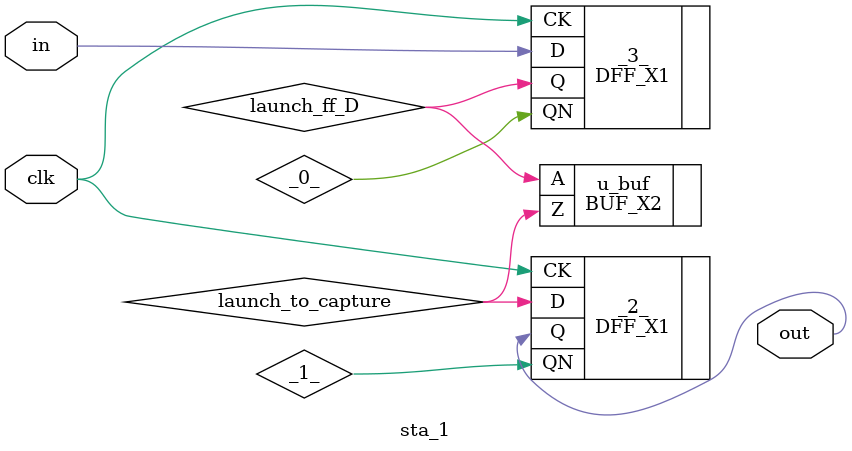
<source format=v>
/* Generated by Yosys 0.55+144 (git sha1 6440499e5, clang++ 18.1.3 -fPIC -O3) */

module sta_1(clk, in, out);
  wire _0_;
  wire _1_;
  input clk;
  wire clk;
  input in;
  wire in;
  wire launch_ff_D;
  wire launch_to_capture;
  output out;
  wire out;
  DFF_X1 _2_ (
    .CK(clk),
    .D(launch_to_capture),
    .Q(out),
    .QN(_1_)
  );
  DFF_X1 _3_ (
    .CK(clk),
    .D(in),
    .Q(launch_ff_D),
    .QN(_0_)
  );
  BUF_X2 u_buf (
    .A(launch_ff_D),
    .Z(launch_to_capture)
  );
endmodule

</source>
